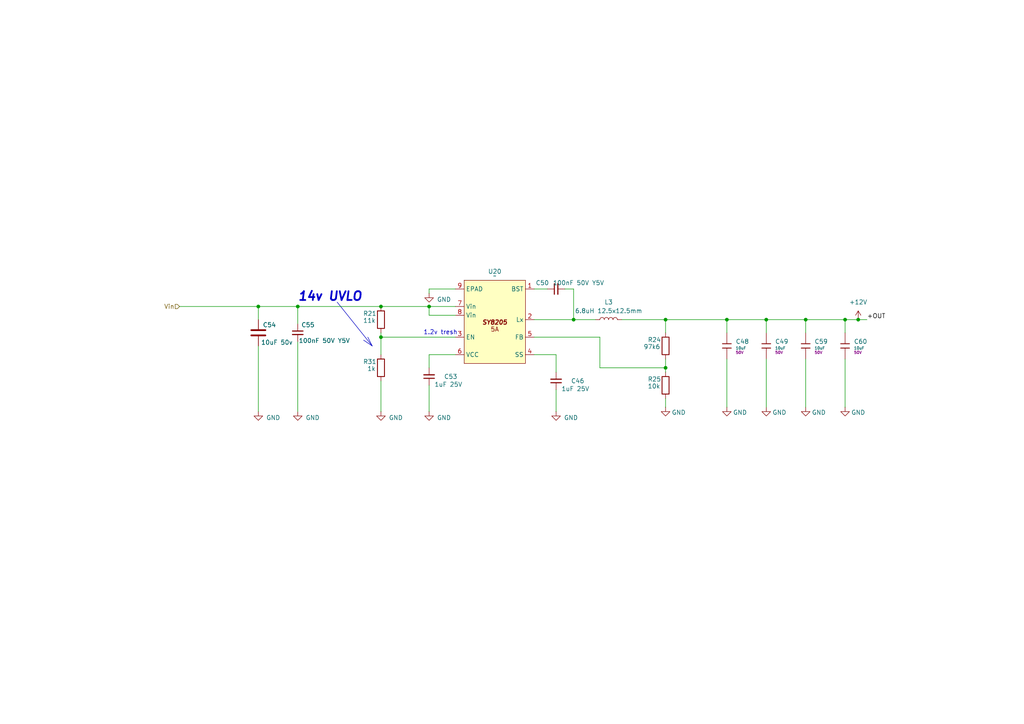
<source format=kicad_sch>
(kicad_sch (version 20231120) (generator "eeschema") (generator_version "8.0")
  (paper "A4")
  (title_block (title "12V 5A buck converter") (date "2025-02-04") (rev "A") (company "Artem Horiunov") (comment 1 "DESIGNED IN POLAND"))
  (lib_symbols
    (symbol "Device:C" (pin_numbers hide) (pin_names (offset 0.254))
      (property "Reference" "C" (at 0.635 2.54 0))
      (property "Value" "C" (at 0.635 -2.54 0))
      (symbol "C_0_1"
        (polyline (pts (xy -2.032 -0.762) (xy 2.032 -0.762)) (stroke (width 0.508)))
        (polyline (pts (xy -2.032 0.762) (xy 2.032 0.762)) (stroke (width 0.508)))
      )
      (symbol "C_1_1"
        (pin passive line (at 0 3.81 270) (length 2.794) (name "~") (number "1"))
        (pin passive line (at 0 -3.81 90) (length 2.794) (name "~") (number "2"))
      )
    )
    (symbol "Device:C_Small" (pin_numbers hide) (pin_names (offset 0.254) hide)
      (property "Reference" "C" (at 0.254 1.778 0))
      (property "Value" "C_Small" (at 0.254 -2.032 0))
      (symbol "C_Small_0_1"
        (polyline (pts (xy -1.524 -0.508) (xy 1.524 -0.508)) (stroke (width 0.3302)))
        (polyline (pts (xy -1.524 0.508) (xy 1.524 0.508)) (stroke (width 0.3048)))
      )
      (symbol "C_Small_1_1"
        (pin passive line (at 0 2.54 270) (length 2.032) (name "~") (number "1"))
        (pin passive line (at 0 -2.54 90) (length 2.032) (name "~") (number "2"))
      )
    )
    (symbol "Device:L" (pin_numbers hide) (pin_names (offset 1.016) hide)
      (property "Reference" "L" (at -1.27 0 90))
      (property "Value" "L" (at 1.905 0 90))
      (symbol "L_0_1"
        (arc (start 0 -2.54) (mid 0.6323 -1.905) (end 0 -1.27))
        (arc (start 0 -1.27) (mid 0.6323 -0.635) (end 0 0))
        (arc (start 0 0) (mid 0.6323 0.635) (end 0 1.27))
        (arc (start 0 1.27) (mid 0.6323 1.905) (end 0 2.54))
      )
      (symbol "L_1_1"
        (pin passive line (at 0 3.81 270) (length 1.27) (name "1") (number "1"))
        (pin passive line (at 0 -3.81 90) (length 1.27) (name "2") (number "2"))
      )
    )
    (symbol "Device:R" (pin_numbers hide) (pin_names (offset 0))
      (property "Reference" "R" (at 2.032 0 90))
      (property "Value" "R" (at 0 0 90))
      (symbol "R_0_1"
        (rectangle (start -1.016 -2.54) (end 1.016 2.54) (stroke (width 0.254)))
      )
      (symbol "R_1_1"
        (pin passive line (at 0 3.81 270) (length 1.27) (name "~") (number "1"))
        (pin passive line (at 0 -3.81 90) (length 1.27) (name "~") (number "2"))
      )
    )
    (symbol "PCM_JLCPCB-Capacitors:1206,10uF" (pin_numbers hide) (pin_names (offset 0))
      (property "Reference" "C" (at 2.032 1.668 0))
      (property "Value" "10uF" (at 2.032 -0.3782 0))
      (property "Voltage Rated" "50V" (at 2.032 -2.0462 0))
      (symbol "1206,10uF_0_1"
        (polyline (pts (xy -1.27 -0.635) (xy 1.27 -0.635)) (stroke (width 0.254)))
        (polyline (pts (xy -1.27 0.635) (xy 1.27 0.635)) (stroke (width 0.254)))
      )
      (symbol "1206,10uF_1_1"
        (pin passive line (at 0 3.81 270) (length 3.175) (name "~") (number "1"))
        (pin passive line (at 0 -3.81 90) (length 3.175) (name "~") (number "2"))
      )
    )
    (symbol "SY8205:SY8205"
      (property "Reference" "U" (at 0 0 0))
      (symbol "SY8205_1_1"
        (rectangle (start -8.89 -1.27) (end 8.89 -25.4) (fill (type background)))
        (text "5A" (at 0 -15.494 0) (effects (font (size 1.27 1.27))))
        (text "SY8205" (at 0 -13.462 0) (effects (font (size 1.27 1.27) (bold yes) (italic yes))))
        (pin input line (at 11.43 -3.81 180) (length 2.54) (name "BST") (number "1"))
        (pin input line (at 11.43 -12.7 180) (length 2.54) (name "Lx") (number "2"))
        (pin input line (at -11.43 -17.78 0) (length 2.54) (name "EN") (number "3"))
        (pin input line (at 11.43 -22.86 180) (length 2.54) (name "SS") (number "4"))
        (pin input line (at 11.43 -17.78 180) (length 2.54) (name "FB") (number "5"))
        (pin input line (at -11.43 -22.86 0) (length 2.54) (name "VCC") (number "6"))
        (pin input line (at -11.43 -8.89 0) (length 2.54) (name "Vin") (number "7"))
        (pin input line (at -11.43 -11.43 0) (length 2.54) (name "Vin") (number "8"))
        (pin input line (at -11.43 -3.81 0) (length 2.54) (name "EPAD") (number "9"))
      )
    )
    (symbol "power:+12V" (power) (pin_numbers hide) (pin_names (offset 0) hide)
      (property "Value" "+12V" (at 0 3.556 0))
      (symbol "+12V_0_1"
        (polyline (pts (xy -0.762 1.27) (xy 0 2.54)))
        (polyline (pts (xy 0 0) (xy 0 2.54)))
        (polyline (pts (xy 0 2.54) (xy 0.762 1.27)))
      )
      (symbol "+12V_1_1"
        (pin power_in line (at 0 0 90) (length 0) (name "~") (number "1"))
      )
    )
    (symbol "power:GND" (power) (pin_numbers hide) (pin_names (offset 0) hide)
      (property "Value" "GND" (at 0 -3.81 0))
      (symbol "GND_0_1"
        (polyline (pts (xy 0 0) (xy 0 -1.27) (xy 1.27 -1.27) (xy 0 -2.54) (xy -1.27 -1.27) (xy 0 -1.27)))
      )
      (symbol "GND_1_1"
        (pin power_in line (at 0 0 270) (length 0) (name "~") (number "1"))
      )
    )
  )
  (junction (at 222.25 92.71))
  (junction (at 248.92 92.71))
  (junction (at 86.36 88.9))
  (junction (at 110.49 88.9))
  (junction (at 245.11 92.71))
  (junction (at 210.82 92.71))
  (junction (at 110.49 97.79))
  (junction (at 233.68 92.71))
  (junction (at 74.93 88.9))
  (junction (at 193.04 106.68))
  (junction (at 166.37 92.71))
  (junction (at 193.04 92.71))
  (junction (at 124.46 88.9))
  (wire (pts (xy 193.04 115.57) (xy 193.04 118.11)))
  (wire (pts (xy 193.04 106.68) (xy 193.04 107.95)))
  (wire (pts (xy 193.04 104.14) (xy 193.04 106.68)))
  (wire (pts (xy 154.94 92.71) (xy 166.37 92.71)))
  (wire (pts (xy 210.82 92.71) (xy 222.25 92.71)))
  (wire (pts (xy 161.29 107.95) (xy 161.29 102.87)))
  (wire (pts (xy 173.99 97.79) (xy 154.94 97.79)))
  (wire (pts (xy 233.68 104.14) (xy 233.68 118.11)))
  (wire (pts (xy 210.82 92.71) (xy 210.82 96.52)))
  (wire (pts (xy 154.94 83.82) (xy 158.75 83.82)))
  (polyline (pts (xy 105.4653 98.6587) (xy 107.95 100.33)))
  (wire (pts (xy 124.46 91.44) (xy 132.08 91.44)))
  (wire (pts (xy 173.99 106.68) (xy 173.99 97.79)))
  (wire (pts (xy 74.93 100.33) (xy 74.93 119.38)))
  (polyline (pts (xy 97.79 87.63) (xy 107.95 100.33)))
  (wire (pts (xy 222.25 92.71) (xy 233.68 92.71)))
  (wire (pts (xy 245.11 92.71) (xy 245.11 96.52)))
  (wire (pts (xy 166.37 92.71) (xy 172.72 92.71)))
  (wire (pts (xy 166.37 83.82) (xy 166.37 92.71)))
  (wire (pts (xy 193.04 92.71) (xy 210.82 92.71)))
  (wire (pts (xy 161.29 113.03) (xy 161.29 119.38)))
  (wire (pts (xy 163.83 83.82) (xy 166.37 83.82)))
  (wire (pts (xy 110.49 96.52) (xy 110.49 97.79)))
  (wire (pts (xy 248.92 92.71) (xy 251.46 92.71)))
  (wire (pts (xy 173.99 106.68) (xy 193.04 106.68)))
  (wire (pts (xy 245.11 104.14) (xy 245.11 118.11)))
  (wire (pts (xy 161.29 102.87) (xy 154.94 102.87)))
  (wire (pts (xy 180.34 92.71) (xy 193.04 92.71)))
  (wire (pts (xy 245.11 92.71) (xy 248.92 92.71)))
  (wire (pts (xy 233.68 92.71) (xy 233.68 96.52)))
  (wire (pts (xy 86.36 88.9) (xy 86.36 93.98)))
  (wire (pts (xy 222.25 92.71) (xy 222.25 96.52)))
  (wire (pts (xy 124.46 88.9) (xy 124.46 91.44)))
  (wire (pts (xy 110.49 97.79) (xy 132.08 97.79)))
  (wire (pts (xy 233.68 92.71) (xy 245.11 92.71)))
  (wire (pts (xy 210.82 104.14) (xy 210.82 118.11)))
  (wire (pts (xy 52.07 88.9) (xy 74.93 88.9)))
  (wire (pts (xy 110.49 110.49) (xy 110.49 119.38)))
  (polyline (pts (xy 106.68 97.79) (xy 107.95 100.33)))
  (wire (pts (xy 132.08 83.82) (xy 124.46 83.82)))
  (wire (pts (xy 193.04 92.71) (xy 193.04 96.52)))
  (wire (pts (xy 132.08 88.9) (xy 124.46 88.9)))
  (wire (pts (xy 222.25 104.14) (xy 222.25 118.11)))
  (wire (pts (xy 124.46 102.87) (xy 124.46 106.68)))
  (wire (pts (xy 110.49 97.79) (xy 110.49 102.87)))
  (wire (pts (xy 74.93 88.9) (xy 74.93 92.71)))
  (wire (pts (xy 86.36 88.9) (xy 110.49 88.9)))
  (wire (pts (xy 86.36 99.06) (xy 86.36 119.38)))
  (wire (pts (xy 74.93 88.9) (xy 86.36 88.9)))
  (wire (pts (xy 124.46 111.76) (xy 124.46 119.38)))
  (wire (pts (xy 132.08 102.87) (xy 124.46 102.87)))
  (wire (pts (xy 124.46 83.82) (xy 124.46 85.09)))
  (wire (pts (xy 110.49 88.9) (xy 124.46 88.9)))
  (text "14v UVLO\n" (at 95.758 86.106 0) (effects (font (size 2.54 2.54) (thickness 0.508) (bold yes) (italic yes))))
  (text "1.2v tresh" (at 127.762 96.52 0) (effects (font (size 1.27 1.27))))
  (label "+OUT" (at 251.46 92.71 0))
  (hierarchical_label "Vin" (shape input) (at 52.07 88.9 180))
  (symbol (lib_id "power:GND") (at 210.82 118.11 0) (unit 1)
    (property "Reference" "#PWR097" (effects (hide yes)))
    (property "Value" "GND" (at 214.63 119.634 0))
    (property "Description" "Power symbol creates a global label with name \"GND\" , ground" (effects (hide yes)))
  )
  (symbol (lib_id "Device:R") (at 193.04 100.33 0) (unit 1)
    (property "Reference" "R24" (at 191.77 98.552 0) (effects (justify right)))
    (property "Value" "97k6" (at 191.516 100.584 0) (effects (justify right)))
    (property "Footprint" "Resistor_SMD:R_0402_1005Metric" (effects (hide yes)))
    (property "Description" "Resistor" (effects (hide yes)))
  )
  (symbol (lib_id "power:GND") (at 161.29 119.38 0) (unit 1)
    (property "Reference" "#PWR095" (effects (hide yes)))
    (property "Value" "GND" (at 165.608 121.158 0))
    (property "Description" "Power symbol creates a global label with name \"GND\" , ground" (effects (hide yes)))
  )
  (symbol (lib_id "power:GND") (at 74.93 119.38 0) (unit 1)
    (property "Reference" "#PWR099" (effects (hide yes)))
    (property "Value" "GND" (at 79.248 121.158 0))
    (property "Description" "Power symbol creates a global label with name \"GND\" , ground" (effects (hide yes)))
  )
  (symbol (lib_id "power:GND") (at 222.25 118.11 0) (unit 1)
    (property "Reference" "#PWR098" (effects (hide yes)))
    (property "Value" "GND" (at 226.06 119.634 0))
    (property "Description" "Power symbol creates a global label with name \"GND\" , ground" (effects (hide yes)))
  )
  (symbol (lib_id "Device:C_Small") (at 124.46 109.22 0) (mirror x) (unit 1)
    (property "Reference" "C53" (at 128.778 109.22 0) (effects (justify left)))
    (property "Value" "1uF 25V" (at 125.984 111.506 0) (effects (justify left)))
    (property "Footprint" "Capacitor_SMD:C_0402_1005Metric" (effects (hide yes)))
    (property "Description" "Unpolarized capacitor, small symbol" (effects (hide yes)))
  )
  (symbol (lib_id "power:GND") (at 245.11 118.11 0) (unit 1)
    (property "Reference" "#PWR0135" (effects (hide yes)))
    (property "Value" "GND" (at 248.92 119.634 0))
    (property "Description" "Power symbol creates a global label with name \"GND\" , ground" (effects (hide yes)))
  )
  (symbol (lib_id "Device:C_Small") (at 161.29 83.82 90) (unit 1)
    (property "Reference" "C50" (at 159.258 82.042 90) (effects (justify left)))
    (property "Value" "100nF 50V Y5V" (at 175.26 82.042 90) (effects (justify left)))
    (property "Footprint" "Capacitor_SMD:C_0402_1005Metric" (effects (hide yes)))
    (property "Description" "Unpolarized capacitor, small symbol" (effects (hide yes)))
  )
  (symbol (lib_id "power:GND") (at 193.04 118.11 0) (unit 1)
    (property "Reference" "#PWR0100" (effects (hide yes)))
    (property "Value" "GND" (at 196.85 119.634 0))
    (property "Description" "Power symbol creates a global label with name \"GND\" , ground" (effects (hide yes)))
  )
  (symbol (lib_id "power:GND") (at 124.46 119.38 0) (unit 1)
    (property "Reference" "#PWR087" (effects (hide yes)))
    (property "Value" "GND" (at 128.778 121.158 0))
    (property "Description" "Power symbol creates a global label with name \"GND\" , ground" (effects (hide yes)))
  )
  (symbol (lib_id "power:GND") (at 86.36 119.38 0) (unit 1)
    (property "Reference" "#PWR0110" (effects (hide yes)))
    (property "Value" "GND" (at 90.678 121.158 0))
    (property "Description" "Power symbol creates a global label with name \"GND\" , ground" (effects (hide yes)))
  )
  (symbol (lib_id "Device:C_Small") (at 86.36 96.52 0) (unit 1)
    (property "Reference" "C55" (at 87.376 94.234 0) (effects (justify left)))
    (property "Value" "100nF 50V Y5V" (at 86.614 98.806 0) (effects (justify left)))
    (property "Footprint" "Capacitor_SMD:C_0402_1005Metric" (effects (hide yes)))
    (property "Description" "Unpolarized capacitor, small symbol" (effects (hide yes)))
  )
  (symbol (lib_id "PCM_JLCPCB-Capacitors:1206,10uF") (at 245.11 100.33 0) (unit 1)
    (property "Reference" "C60" (at 247.65 99.06 0) (effects (justify left)))
    (property "Value" "10uF" (at 247.65 100.965 0) (effects (font (size 0.8 0.8)) (justify left)))
    (property "Footprint" "PCM_JLCPCB:C_1206" (effects (hide yes)))
    (property "Datasheet" "https://www.lcsc.com/datasheet/lcsc_datasheet_2304140030_Samsung-Electro-Mechanics-CL31A106KBHNNNE_C13585.pdf" (effects (hide yes)))
    (property "Description" "50V 10uF X5R ±10% 1206 Multilayer Ceramic Capacitors MLCC - SMD/SMT ROHS" (effects (hide yes)))
    (property "LCSC" "C13585" (effects (hide yes)))
    (property "Stock" "4852625" (effects (hide yes)))
    (property "Price" "0.031USD" (effects (hide yes)))
    (property "Process" "SMT" (effects (hide yes)))
    (property "Minimum Qty" "5" (effects (hide yes)))
    (property "Attrition Qty" "4" (effects (hide yes)))
    (property "Class" "Basic Component" (effects (hide yes)))
    (property "Category" "Capacitors,Multilayer Ceramic Capacitors MLCC - SMD/SMT" (effects (hide yes)))
    (property "Manufacturer" "Samsung Electro-Mechanics" (effects (hide yes)))
    (property "Part" "CL31A106KBHNNNE" (effects (hide yes)))
    (property "Voltage Rated" "50V" (at 247.65 102.235 0) (effects (font (size 0.8 0.8)) (justify left)))
    (property "Tolerance" "±10%" (effects (hide yes)))
    (property "Capacitance" "10uF" (effects (hide yes)))
    (property "Temperature Coefficient" "X5R" (effects (hide yes)))
  )
  (symbol (lib_id "PCM_JLCPCB-Capacitors:1206,10uF") (at 210.82 100.33 0) (unit 1)
    (property "Reference" "C48" (at 213.36 99.06 0) (effects (justify left)))
    (property "Value" "10uF" (at 213.36 100.965 0) (effects (font (size 0.8 0.8)) (justify left)))
    (property "Footprint" "PCM_JLCPCB:C_1206" (effects (hide yes)))
    (property "Datasheet" "https://www.lcsc.com/datasheet/lcsc_datasheet_2304140030_Samsung-Electro-Mechanics-CL31A106KBHNNNE_C13585.pdf" (effects (hide yes)))
    (property "Description" "50V 10uF X5R ±10% 1206 Multilayer Ceramic Capacitors MLCC - SMD/SMT ROHS" (effects (hide yes)))
    (property "LCSC" "C13585" (effects (hide yes)))
    (property "Stock" "4852625" (effects (hide yes)))
    (property "Price" "0.031USD" (effects (hide yes)))
    (property "Process" "SMT" (effects (hide yes)))
    (property "Minimum Qty" "5" (effects (hide yes)))
    (property "Attrition Qty" "4" (effects (hide yes)))
    (property "Class" "Basic Component" (effects (hide yes)))
    (property "Category" "Capacitors,Multilayer Ceramic Capacitors MLCC - SMD/SMT" (effects (hide yes)))
    (property "Manufacturer" "Samsung Electro-Mechanics" (effects (hide yes)))
    (property "Part" "CL31A106KBHNNNE" (effects (hide yes)))
    (property "Voltage Rated" "50V" (at 213.36 102.235 0) (effects (font (size 0.8 0.8)) (justify left)))
    (property "Tolerance" "±10%" (effects (hide yes)))
    (property "Capacitance" "10uF" (effects (hide yes)))
    (property "Temperature Coefficient" "X5R" (effects (hide yes)))
  )
  (symbol (lib_id "power:GND") (at 110.49 119.38 0) (unit 1)
    (property "Reference" "#PWR0111" (effects (hide yes)))
    (property "Value" "GND" (at 114.808 121.158 0))
    (property "Description" "Power symbol creates a global label with name \"GND\" , ground" (effects (hide yes)))
  )
  (symbol (lib_id "power:+12V") (at 248.92 92.71 0) (unit 1)
    (property "Reference" "#PWR068" (effects (hide yes)))
    (property "Value" "+12V" (at 248.92 87.63 0))
    (property "Description" "Power symbol creates a global label with name \"+12V\"" (effects (hide yes)))
  )
  (symbol (lib_id "PCM_JLCPCB-Capacitors:1206,10uF") (at 222.25 100.33 0) (unit 1)
    (property "Reference" "C49" (at 224.79 99.06 0) (effects (justify left)))
    (property "Value" "10uF" (at 224.79 100.965 0) (effects (font (size 0.8 0.8)) (justify left)))
    (property "Footprint" "PCM_JLCPCB:C_1206" (effects (hide yes)))
    (property "Datasheet" "https://www.lcsc.com/datasheet/lcsc_datasheet_2304140030_Samsung-Electro-Mechanics-CL31A106KBHNNNE_C13585.pdf" (effects (hide yes)))
    (property "Description" "50V 10uF X5R ±10% 1206 Multilayer Ceramic Capacitors MLCC - SMD/SMT ROHS" (effects (hide yes)))
    (property "LCSC" "C13585" (effects (hide yes)))
    (property "Stock" "4852625" (effects (hide yes)))
    (property "Price" "0.031USD" (effects (hide yes)))
    (property "Process" "SMT" (effects (hide yes)))
    (property "Minimum Qty" "5" (effects (hide yes)))
    (property "Attrition Qty" "4" (effects (hide yes)))
    (property "Class" "Basic Component" (effects (hide yes)))
    (property "Category" "Capacitors,Multilayer Ceramic Capacitors MLCC - SMD/SMT" (effects (hide yes)))
    (property "Manufacturer" "Samsung Electro-Mechanics" (effects (hide yes)))
    (property "Part" "CL31A106KBHNNNE" (effects (hide yes)))
    (property "Voltage Rated" "50V" (at 224.79 102.235 0) (effects (font (size 0.8 0.8)) (justify left)))
    (property "Tolerance" "±10%" (effects (hide yes)))
    (property "Capacitance" "10uF" (effects (hide yes)))
    (property "Temperature Coefficient" "X5R" (effects (hide yes)))
  )
  (symbol (lib_id "power:GND") (at 233.68 118.11 0) (unit 1)
    (property "Reference" "#PWR0109" (effects (hide yes)))
    (property "Value" "GND" (at 237.49 119.634 0))
    (property "Description" "Power symbol creates a global label with name \"GND\" , ground" (effects (hide yes)))
  )
  (symbol (lib_id "PCM_JLCPCB-Capacitors:1206,10uF") (at 233.68 100.33 0) (unit 1)
    (property "Reference" "C59" (at 236.22 99.06 0) (effects (justify left)))
    (property "Value" "10uF" (at 236.22 100.965 0) (effects (font (size 0.8 0.8)) (justify left)))
    (property "Footprint" "PCM_JLCPCB:C_1206" (effects (hide yes)))
    (property "Datasheet" "https://www.lcsc.com/datasheet/lcsc_datasheet_2304140030_Samsung-Electro-Mechanics-CL31A106KBHNNNE_C13585.pdf" (effects (hide yes)))
    (property "Description" "50V 10uF X5R ±10% 1206 Multilayer Ceramic Capacitors MLCC - SMD/SMT ROHS" (effects (hide yes)))
    (property "LCSC" "C13585" (effects (hide yes)))
    (property "Stock" "4852625" (effects (hide yes)))
    (property "Price" "0.031USD" (effects (hide yes)))
    (property "Process" "SMT" (effects (hide yes)))
    (property "Minimum Qty" "5" (effects (hide yes)))
    (property "Attrition Qty" "4" (effects (hide yes)))
    (property "Class" "Basic Component" (effects (hide yes)))
    (property "Category" "Capacitors,Multilayer Ceramic Capacitors MLCC - SMD/SMT" (effects (hide yes)))
    (property "Manufacturer" "Samsung Electro-Mechanics" (effects (hide yes)))
    (property "Part" "CL31A106KBHNNNE" (effects (hide yes)))
    (property "Voltage Rated" "50V" (at 236.22 102.235 0) (effects (font (size 0.8 0.8)) (justify left)))
    (property "Tolerance" "±10%" (effects (hide yes)))
    (property "Capacitance" "10uF" (effects (hide yes)))
    (property "Temperature Coefficient" "X5R" (effects (hide yes)))
  )
  (symbol (lib_id "Device:R") (at 110.49 106.68 0) (unit 1)
    (property "Reference" "R31" (at 109.22 104.902 0) (effects (justify right)))
    (property "Value" "1k" (at 108.966 106.934 0) (effects (justify right)))
    (property "Footprint" "Resistor_SMD:R_0402_1005Metric" (effects (hide yes)))
    (property "Description" "Resistor" (effects (hide yes)))
  )
  (symbol (lib_id "power:GND") (at 124.46 85.09 0) (unit 1)
    (property "Reference" "#PWR0112" (effects (hide yes)))
    (property "Value" "GND" (at 128.778 86.868 0))
    (property "Description" "Power symbol creates a global label with name \"GND\" , ground" (effects (hide yes)))
  )
  (symbol (lib_id "Device:R") (at 110.49 92.71 0) (unit 1)
    (property "Reference" "R21" (at 109.22 90.932 0) (effects (justify right)))
    (property "Value" "11k" (at 108.966 92.964 0) (effects (justify right)))
    (property "Footprint" "Resistor_SMD:R_0402_1005Metric" (effects (hide yes)))
    (property "Description" "Resistor" (effects (hide yes)))
  )
  (symbol (lib_id "SY8205:SY8205") (at 143.51 80.01 0) (unit 1)
    (property "Reference" "U20" (at 143.51 78.74 0))
    (property "Value" "~" (at 143.51 80.01 0))
    (property "Footprint" "Package_SO:Diodes_SO-8EP" (effects (hide yes)))
  )
  (symbol (lib_id "Device:C") (at 74.93 96.52 0) (unit 1)
    (property "Reference" "C54" (at 76.2 94.234 0) (effects (justify left)))
    (property "Value" "10uF 50v" (at 75.692 99.314 0) (effects (justify left)))
    (property "Footprint" "Capacitor_SMD:C_0805_2012Metric" (effects (hide yes)))
    (property "Description" "Unpolarized capacitor" (effects (hide yes)))
  )
  (symbol (lib_id "Device:R") (at 193.04 111.76 0) (unit 1)
    (property "Reference" "R25" (at 191.77 109.982 0) (effects (justify right)))
    (property "Value" "10k" (at 191.516 112.014 0) (effects (justify right)))
    (property "Footprint" "Resistor_SMD:R_0402_1005Metric" (effects (hide yes)))
    (property "Description" "Resistor" (effects (hide yes)))
  )
  (symbol (lib_id "Device:C_Small") (at 161.29 110.49 0) (mirror x) (unit 1)
    (property "Reference" "C46" (at 165.608 110.49 0) (effects (justify left)))
    (property "Value" "1uF 25V" (at 162.814 112.776 0) (effects (justify left)))
    (property "Footprint" "Capacitor_SMD:C_0402_1005Metric" (effects (hide yes)))
    (property "Description" "Unpolarized capacitor, small symbol" (effects (hide yes)))
  )
  (symbol (lib_id "Device:L") (at 176.53 92.71 90) (unit 1)
    (property "Reference" "L3" (at 176.53 87.63 90))
    (property "Value" "6.8uH 12.5x12.5mm" (at 176.53 90.17 90))
    (property "Footprint" "Inductor_SMD:L_AVX_LMLP07A7" (effects (hide yes)))
    (property "Description" "Inductor" (effects (hide yes)))
    (property "MPN" "YSPI0740-6R8M" (effects (hide yes)))
  )
)
</source>
